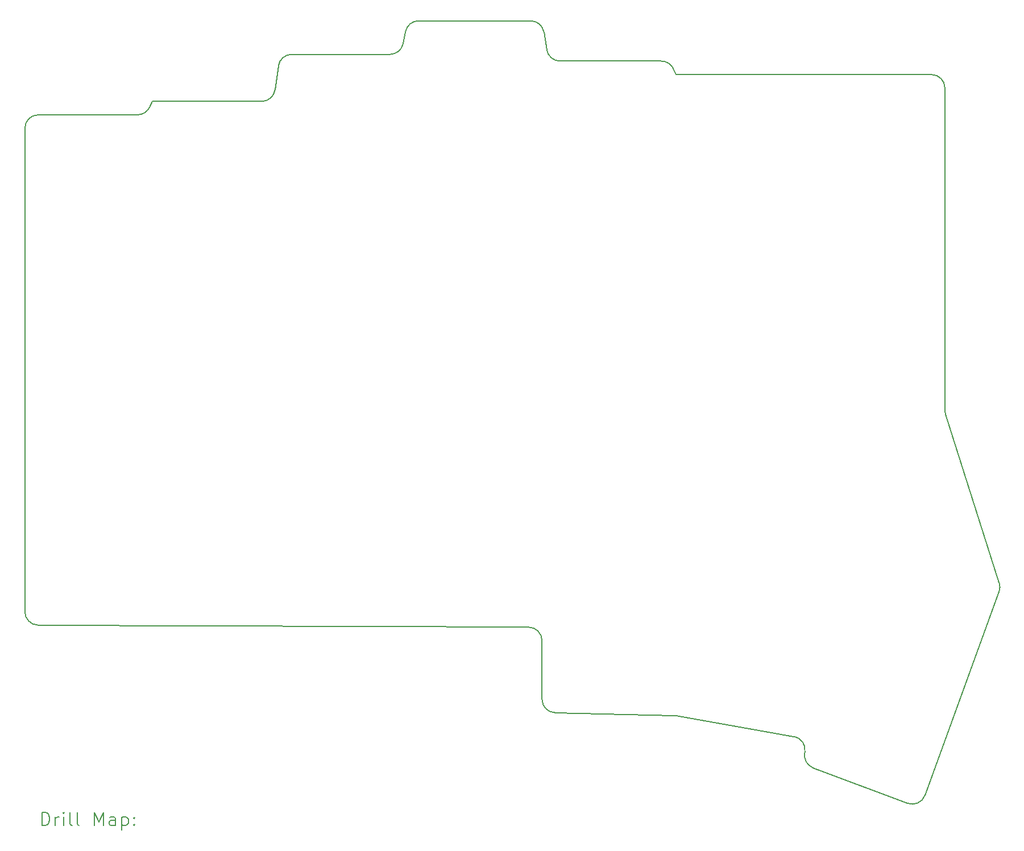
<source format=gbr>
%TF.GenerationSoftware,KiCad,Pcbnew,8.0.5-8.0.5-0~ubuntu20.04.1*%
%TF.CreationDate,2024-10-07T16:45:45+02:00*%
%TF.ProjectId,bottom_plate,626f7474-6f6d-45f7-906c-6174652e6b69,v1.0.0*%
%TF.SameCoordinates,Original*%
%TF.FileFunction,Drillmap*%
%TF.FilePolarity,Positive*%
%FSLAX45Y45*%
G04 Gerber Fmt 4.5, Leading zero omitted, Abs format (unit mm)*
G04 Created by KiCad (PCBNEW 8.0.5-8.0.5-0~ubuntu20.04.1) date 2024-10-07 16:45:45*
%MOMM*%
%LPD*%
G01*
G04 APERTURE LIST*
%ADD10C,0.150000*%
%ADD11C,0.200000*%
G04 APERTURE END LIST*
D10*
X22402128Y-18485637D02*
X23506723Y-15450787D01*
X22143819Y-18604444D02*
X20738725Y-18076286D01*
X20612134Y-17854345D02*
X20614558Y-17840598D01*
X20452326Y-17608907D02*
X18694584Y-17298970D01*
X18664534Y-17295986D02*
X16895320Y-17254572D01*
X16700000Y-17054627D02*
X16700000Y-16180196D01*
X16500805Y-15980198D02*
X9199195Y-15950802D01*
X9000000Y-15750804D02*
X9000000Y-8550000D01*
X9200000Y-8350000D02*
X10676393Y-8350000D01*
X10855279Y-8239443D02*
X10900000Y-8150000D01*
X10900000Y-8150000D02*
X12526541Y-8150000D01*
X12724531Y-7978284D02*
X12775469Y-7621716D01*
X12973459Y-7450000D02*
X14436039Y-7450000D01*
X14632155Y-7289223D02*
X14667845Y-7110777D01*
X14863961Y-6950000D02*
X16530575Y-6950000D01*
X16727853Y-7117120D02*
X16772147Y-7382880D01*
X16969425Y-7550000D02*
X18476393Y-7550000D01*
X18655279Y-7660557D02*
X18700000Y-7750000D01*
X18700000Y-7750000D02*
X22500000Y-7750000D01*
X22700000Y-7950000D02*
X22700000Y-12753867D01*
X22709463Y-12814660D02*
X23509321Y-15321591D01*
X22402128Y-18485637D02*
G75*
G02*
X22143819Y-18604444I-187939J68404D01*
G01*
X20738725Y-18076286D02*
G75*
G02*
X20612134Y-17854345I70371J187211D01*
G01*
X20452326Y-17608907D02*
G75*
G02*
X20614558Y-17840598I-34730J-196962D01*
G01*
X18664534Y-17295986D02*
G75*
G02*
X18694584Y-17298970I-4680J-199945D01*
G01*
X16895320Y-17254572D02*
G75*
G02*
X16700000Y-17054627I4680J199945D01*
G01*
X16500805Y-15980198D02*
G75*
G02*
X16700000Y-16180196I-805J-199998D01*
G01*
X9199195Y-15950802D02*
G75*
G02*
X9000000Y-15750804I805J199998D01*
G01*
X9000000Y-8550000D02*
G75*
G02*
X9200000Y-8350000I200000J0D01*
G01*
X10855279Y-8239443D02*
G75*
G02*
X10676393Y-8350000I-178885J89443D01*
G01*
X12724531Y-7978284D02*
G75*
G02*
X12526541Y-8150000I-197990J28284D01*
G01*
X12775469Y-7621716D02*
G75*
G02*
X12973459Y-7450000I197990J-28284D01*
G01*
X14632155Y-7289223D02*
G75*
G02*
X14436039Y-7450000I-196116J39223D01*
G01*
X14667845Y-7110777D02*
G75*
G02*
X14863961Y-6950000I196116J-39223D01*
G01*
X16530575Y-6950000D02*
G75*
G02*
X16727853Y-7117120I0J-200000D01*
G01*
X16969425Y-7550000D02*
G75*
G02*
X16772147Y-7382880I0J200000D01*
G01*
X18476393Y-7550000D02*
G75*
G02*
X18655279Y-7660557I0J-200000D01*
G01*
X22500000Y-7750000D02*
G75*
G02*
X22700000Y-7950000I0J-200000D01*
G01*
X22709463Y-12814660D02*
G75*
G02*
X22700000Y-12753867I190537J60792D01*
G01*
X23509321Y-15321591D02*
G75*
G02*
X23506723Y-15450787I-190537J-60793D01*
G01*
D11*
X9253277Y-18936217D02*
X9253277Y-18736217D01*
X9253277Y-18736217D02*
X9300896Y-18736217D01*
X9300896Y-18736217D02*
X9329467Y-18745741D01*
X9329467Y-18745741D02*
X9348515Y-18764789D01*
X9348515Y-18764789D02*
X9358039Y-18783836D01*
X9358039Y-18783836D02*
X9367563Y-18821931D01*
X9367563Y-18821931D02*
X9367563Y-18850503D01*
X9367563Y-18850503D02*
X9358039Y-18888598D01*
X9358039Y-18888598D02*
X9348515Y-18907646D01*
X9348515Y-18907646D02*
X9329467Y-18926693D01*
X9329467Y-18926693D02*
X9300896Y-18936217D01*
X9300896Y-18936217D02*
X9253277Y-18936217D01*
X9453277Y-18936217D02*
X9453277Y-18802884D01*
X9453277Y-18840979D02*
X9462801Y-18821931D01*
X9462801Y-18821931D02*
X9472324Y-18812408D01*
X9472324Y-18812408D02*
X9491372Y-18802884D01*
X9491372Y-18802884D02*
X9510420Y-18802884D01*
X9577086Y-18936217D02*
X9577086Y-18802884D01*
X9577086Y-18736217D02*
X9567563Y-18745741D01*
X9567563Y-18745741D02*
X9577086Y-18755265D01*
X9577086Y-18755265D02*
X9586610Y-18745741D01*
X9586610Y-18745741D02*
X9577086Y-18736217D01*
X9577086Y-18736217D02*
X9577086Y-18755265D01*
X9700896Y-18936217D02*
X9681848Y-18926693D01*
X9681848Y-18926693D02*
X9672324Y-18907646D01*
X9672324Y-18907646D02*
X9672324Y-18736217D01*
X9805658Y-18936217D02*
X9786610Y-18926693D01*
X9786610Y-18926693D02*
X9777086Y-18907646D01*
X9777086Y-18907646D02*
X9777086Y-18736217D01*
X10034229Y-18936217D02*
X10034229Y-18736217D01*
X10034229Y-18736217D02*
X10100896Y-18879074D01*
X10100896Y-18879074D02*
X10167563Y-18736217D01*
X10167563Y-18736217D02*
X10167563Y-18936217D01*
X10348515Y-18936217D02*
X10348515Y-18831455D01*
X10348515Y-18831455D02*
X10338991Y-18812408D01*
X10338991Y-18812408D02*
X10319944Y-18802884D01*
X10319944Y-18802884D02*
X10281848Y-18802884D01*
X10281848Y-18802884D02*
X10262801Y-18812408D01*
X10348515Y-18926693D02*
X10329467Y-18936217D01*
X10329467Y-18936217D02*
X10281848Y-18936217D01*
X10281848Y-18936217D02*
X10262801Y-18926693D01*
X10262801Y-18926693D02*
X10253277Y-18907646D01*
X10253277Y-18907646D02*
X10253277Y-18888598D01*
X10253277Y-18888598D02*
X10262801Y-18869550D01*
X10262801Y-18869550D02*
X10281848Y-18860027D01*
X10281848Y-18860027D02*
X10329467Y-18860027D01*
X10329467Y-18860027D02*
X10348515Y-18850503D01*
X10443753Y-18802884D02*
X10443753Y-19002884D01*
X10443753Y-18812408D02*
X10462801Y-18802884D01*
X10462801Y-18802884D02*
X10500896Y-18802884D01*
X10500896Y-18802884D02*
X10519944Y-18812408D01*
X10519944Y-18812408D02*
X10529467Y-18821931D01*
X10529467Y-18821931D02*
X10538991Y-18840979D01*
X10538991Y-18840979D02*
X10538991Y-18898122D01*
X10538991Y-18898122D02*
X10529467Y-18917169D01*
X10529467Y-18917169D02*
X10519944Y-18926693D01*
X10519944Y-18926693D02*
X10500896Y-18936217D01*
X10500896Y-18936217D02*
X10462801Y-18936217D01*
X10462801Y-18936217D02*
X10443753Y-18926693D01*
X10624705Y-18917169D02*
X10634229Y-18926693D01*
X10634229Y-18926693D02*
X10624705Y-18936217D01*
X10624705Y-18936217D02*
X10615182Y-18926693D01*
X10615182Y-18926693D02*
X10624705Y-18917169D01*
X10624705Y-18917169D02*
X10624705Y-18936217D01*
X10624705Y-18812408D02*
X10634229Y-18821931D01*
X10634229Y-18821931D02*
X10624705Y-18831455D01*
X10624705Y-18831455D02*
X10615182Y-18821931D01*
X10615182Y-18821931D02*
X10624705Y-18812408D01*
X10624705Y-18812408D02*
X10624705Y-18831455D01*
M02*

</source>
